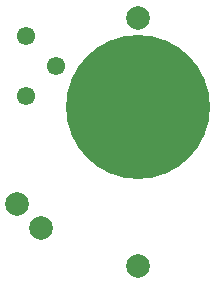
<source format=gbs>
%FSLAX25Y25*%
%MOIN*%
G70*
G01*
G75*
G04 Layer_Color=16711935*
%ADD10C,0.01000*%
G04:AMPARAMS|DCode=11|XSize=31.5mil|YSize=98.43mil|CornerRadius=0mil|HoleSize=0mil|Usage=FLASHONLY|Rotation=45.000|XOffset=0mil|YOffset=0mil|HoleType=Round|Shape=Rectangle|*
%AMROTATEDRECTD11*
4,1,4,0.02366,-0.04593,-0.04593,0.02366,-0.02366,0.04593,0.04593,-0.02366,0.02366,-0.04593,0.0*
%
%ADD11ROTATEDRECTD11*%

G04:AMPARAMS|DCode=12|XSize=31.5mil|YSize=70.87mil|CornerRadius=0mil|HoleSize=0mil|Usage=FLASHONLY|Rotation=45.000|XOffset=0mil|YOffset=0mil|HoleType=Round|Shape=Rectangle|*
%AMROTATEDRECTD12*
4,1,4,0.01392,-0.03619,-0.03619,0.01392,-0.01392,0.03619,0.03619,-0.01392,0.01392,-0.03619,0.0*
%
%ADD12ROTATEDRECTD12*%

G04:AMPARAMS|DCode=13|XSize=86.61mil|YSize=118.11mil|CornerRadius=0mil|HoleSize=0mil|Usage=FLASHONLY|Rotation=45.000|XOffset=0mil|YOffset=0mil|HoleType=Round|Shape=Rectangle|*
%AMROTATEDRECTD13*
4,1,4,0.01114,-0.07238,-0.07238,0.01114,-0.01114,0.07238,0.07238,-0.01114,0.01114,-0.07238,0.0*
%
%ADD13ROTATEDRECTD13*%

%ADD14R,0.07874X0.06299*%
%ADD15R,0.03937X0.05512*%
G04:AMPARAMS|DCode=16|XSize=70.87mil|YSize=47.24mil|CornerRadius=0mil|HoleSize=0mil|Usage=FLASHONLY|Rotation=315.000|XOffset=0mil|YOffset=0mil|HoleType=Round|Shape=Rectangle|*
%AMROTATEDRECTD16*
4,1,4,-0.04176,0.00835,-0.00835,0.04176,0.04176,-0.00835,0.00835,-0.04176,-0.04176,0.00835,0.0*
%
%ADD16ROTATEDRECTD16*%

%ADD17R,0.04528X0.09449*%
G04:AMPARAMS|DCode=18|XSize=55.12mil|YSize=39.37mil|CornerRadius=0mil|HoleSize=0mil|Usage=FLASHONLY|Rotation=135.000|XOffset=0mil|YOffset=0mil|HoleType=Round|Shape=Rectangle|*
%AMROTATEDRECTD18*
4,1,4,0.03341,-0.00557,0.00557,-0.03341,-0.03341,0.00557,-0.00557,0.03341,0.03341,-0.00557,0.0*
%
%ADD18ROTATEDRECTD18*%

%ADD19R,0.05512X0.03937*%
%ADD20R,0.09449X0.04528*%
%ADD21C,0.01969*%
%ADD22C,0.03937*%
%ADD23C,0.07087*%
%ADD24C,0.00984*%
%ADD25C,0.02953*%
%ADD26C,0.07087*%
%ADD27C,0.31496*%
%ADD28C,0.05315*%
%ADD29C,0.04331*%
%ADD30C,0.47244*%
%ADD31C,0.00591*%
%ADD32C,0.00787*%
G04:AMPARAMS|DCode=33|XSize=39.37mil|YSize=106.3mil|CornerRadius=0mil|HoleSize=0mil|Usage=FLASHONLY|Rotation=45.000|XOffset=0mil|YOffset=0mil|HoleType=Round|Shape=Rectangle|*
%AMROTATEDRECTD33*
4,1,4,0.02366,-0.05150,-0.05150,0.02366,-0.02366,0.05150,0.05150,-0.02366,0.02366,-0.05150,0.0*
%
%ADD33ROTATEDRECTD33*%

G04:AMPARAMS|DCode=34|XSize=39.37mil|YSize=78.74mil|CornerRadius=0mil|HoleSize=0mil|Usage=FLASHONLY|Rotation=45.000|XOffset=0mil|YOffset=0mil|HoleType=Round|Shape=Rectangle|*
%AMROTATEDRECTD34*
4,1,4,0.01392,-0.04176,-0.04176,0.01392,-0.01392,0.04176,0.04176,-0.01392,0.01392,-0.04176,0.0*
%
%ADD34ROTATEDRECTD34*%

G04:AMPARAMS|DCode=35|XSize=94.49mil|YSize=125.98mil|CornerRadius=0mil|HoleSize=0mil|Usage=FLASHONLY|Rotation=45.000|XOffset=0mil|YOffset=0mil|HoleType=Round|Shape=Rectangle|*
%AMROTATEDRECTD35*
4,1,4,0.01114,-0.07795,-0.07795,0.01114,-0.01114,0.07795,0.07795,-0.01114,0.01114,-0.07795,0.0*
%
%ADD35ROTATEDRECTD35*%

%ADD36R,0.08661X0.07087*%
%ADD37R,0.04724X0.06299*%
G04:AMPARAMS|DCode=38|XSize=78.74mil|YSize=55.12mil|CornerRadius=0mil|HoleSize=0mil|Usage=FLASHONLY|Rotation=315.000|XOffset=0mil|YOffset=0mil|HoleType=Round|Shape=Rectangle|*
%AMROTATEDRECTD38*
4,1,4,-0.04733,0.00835,-0.00835,0.04733,0.04733,-0.00835,0.00835,-0.04733,-0.04733,0.00835,0.0*
%
%ADD38ROTATEDRECTD38*%

%ADD39R,0.05315X0.10236*%
G04:AMPARAMS|DCode=40|XSize=62.99mil|YSize=47.24mil|CornerRadius=0mil|HoleSize=0mil|Usage=FLASHONLY|Rotation=135.000|XOffset=0mil|YOffset=0mil|HoleType=Round|Shape=Rectangle|*
%AMROTATEDRECTD40*
4,1,4,0.03897,-0.00557,0.00557,-0.03897,-0.03897,0.00557,-0.00557,0.03897,0.03897,-0.00557,0.0*
%
%ADD40ROTATEDRECTD40*%

%ADD41R,0.06299X0.04724*%
%ADD42R,0.10236X0.05315*%
%ADD43C,0.07874*%
%ADD44C,0.32283*%
%ADD45C,0.06102*%
%ADD46C,0.48031*%
D43*
X0Y29528D02*
D03*
X-32480Y-40354D02*
D03*
X-40354Y-32480D02*
D03*
X0Y-53150D02*
D03*
D45*
X-37402Y23779D02*
D03*
X-27402Y13780D02*
D03*
X-37402Y3779D02*
D03*
D46*
X0Y0D02*
D03*
M02*

</source>
